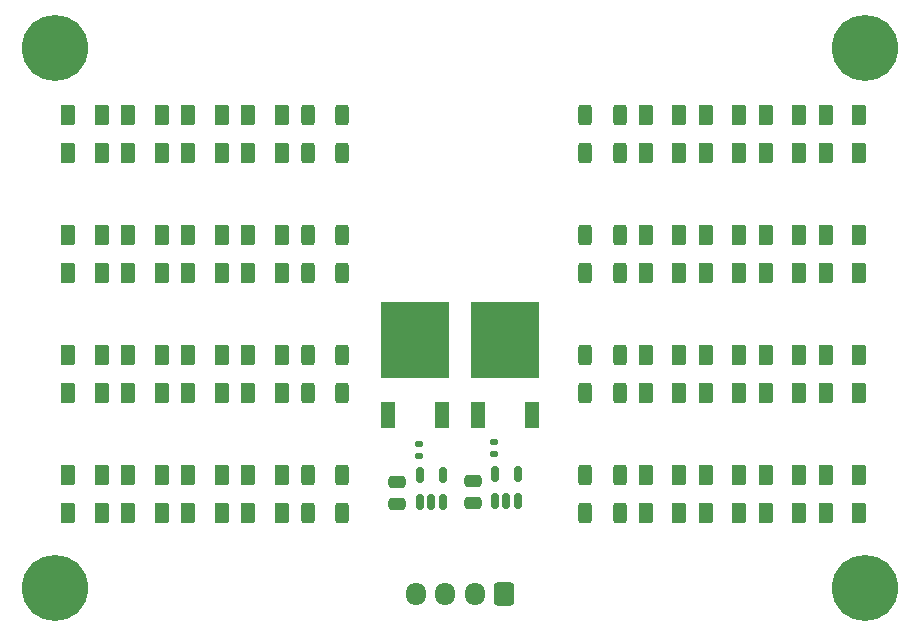
<source format=gbr>
%TF.GenerationSoftware,KiCad,Pcbnew,6.0.2+dfsg-1*%
%TF.CreationDate,2023-01-22T10:21:04-05:00*%
%TF.ProjectId,dragon-light-panel,64726167-6f6e-42d6-9c69-6768742d7061,rev?*%
%TF.SameCoordinates,Original*%
%TF.FileFunction,Soldermask,Top*%
%TF.FilePolarity,Negative*%
%FSLAX46Y46*%
G04 Gerber Fmt 4.6, Leading zero omitted, Abs format (unit mm)*
G04 Created by KiCad (PCBNEW 6.0.2+dfsg-1) date 2023-01-22 10:21:04*
%MOMM*%
%LPD*%
G01*
G04 APERTURE LIST*
G04 Aperture macros list*
%AMRoundRect*
0 Rectangle with rounded corners*
0 $1 Rounding radius*
0 $2 $3 $4 $5 $6 $7 $8 $9 X,Y pos of 4 corners*
0 Add a 4 corners polygon primitive as box body*
4,1,4,$2,$3,$4,$5,$6,$7,$8,$9,$2,$3,0*
0 Add four circle primitives for the rounded corners*
1,1,$1+$1,$2,$3*
1,1,$1+$1,$4,$5*
1,1,$1+$1,$6,$7*
1,1,$1+$1,$8,$9*
0 Add four rect primitives between the rounded corners*
20,1,$1+$1,$2,$3,$4,$5,0*
20,1,$1+$1,$4,$5,$6,$7,0*
20,1,$1+$1,$6,$7,$8,$9,0*
20,1,$1+$1,$8,$9,$2,$3,0*%
G04 Aperture macros list end*
%ADD10RoundRect,0.250000X-0.375000X-0.625000X0.375000X-0.625000X0.375000X0.625000X-0.375000X0.625000X0*%
%ADD11RoundRect,0.250000X0.312500X0.625000X-0.312500X0.625000X-0.312500X-0.625000X0.312500X-0.625000X0*%
%ADD12RoundRect,0.250000X0.375000X0.625000X-0.375000X0.625000X-0.375000X-0.625000X0.375000X-0.625000X0*%
%ADD13RoundRect,0.250000X-0.312500X-0.625000X0.312500X-0.625000X0.312500X0.625000X-0.312500X0.625000X0*%
%ADD14RoundRect,0.150000X0.150000X-0.512500X0.150000X0.512500X-0.150000X0.512500X-0.150000X-0.512500X0*%
%ADD15R,1.200000X2.200000*%
%ADD16R,5.800000X6.400000*%
%ADD17RoundRect,0.135000X0.185000X-0.135000X0.185000X0.135000X-0.185000X0.135000X-0.185000X-0.135000X0*%
%ADD18RoundRect,0.250000X0.475000X-0.250000X0.475000X0.250000X-0.475000X0.250000X-0.475000X-0.250000X0*%
%ADD19C,5.600000*%
%ADD20RoundRect,0.250000X0.600000X0.725000X-0.600000X0.725000X-0.600000X-0.725000X0.600000X-0.725000X0*%
%ADD21O,1.700000X1.950000*%
G04 APERTURE END LIST*
D10*
%TO.C,D1*%
X121155000Y-69215000D03*
X123955000Y-69215000D03*
%TD*%
D11*
%TO.C,R10*%
X103697500Y-59055000D03*
X100772500Y-59055000D03*
%TD*%
D12*
%TO.C,D23*%
X69980000Y-82550000D03*
X67180000Y-82550000D03*
%TD*%
D13*
%TO.C,R4*%
X77277500Y-69215000D03*
X80202500Y-69215000D03*
%TD*%
D12*
%TO.C,D16*%
X75060000Y-69215000D03*
X72260000Y-69215000D03*
%TD*%
D11*
%TO.C,R14*%
X103697500Y-79375000D03*
X100772500Y-79375000D03*
%TD*%
D12*
%TO.C,D11*%
X69980000Y-48895000D03*
X67180000Y-48895000D03*
%TD*%
D10*
%TO.C,D47*%
X110995000Y-52070000D03*
X113795000Y-52070000D03*
%TD*%
%TO.C,D57*%
X121155000Y-62230000D03*
X123955000Y-62230000D03*
%TD*%
%TO.C,D44*%
X105915000Y-72390000D03*
X108715000Y-72390000D03*
%TD*%
D14*
%TO.C,U2*%
X86807000Y-81655500D03*
X87757000Y-81655500D03*
X88707000Y-81655500D03*
X88707000Y-79380500D03*
X86807000Y-79380500D03*
%TD*%
D10*
%TO.C,D52*%
X105915000Y-48895000D03*
X108715000Y-48895000D03*
%TD*%
D11*
%TO.C,R15*%
X103697500Y-62230000D03*
X100772500Y-62230000D03*
%TD*%
D10*
%TO.C,D49*%
X121155000Y-48895000D03*
X123955000Y-48895000D03*
%TD*%
D12*
%TO.C,D15*%
X69980000Y-69215000D03*
X67180000Y-69215000D03*
%TD*%
%TO.C,D17*%
X59820000Y-72390000D03*
X57020000Y-72390000D03*
%TD*%
D15*
%TO.C,Q1*%
X91700000Y-74245000D03*
D16*
X93980000Y-67945000D03*
D15*
X96260000Y-74245000D03*
%TD*%
D12*
%TO.C,D34*%
X64900000Y-52070000D03*
X62100000Y-52070000D03*
%TD*%
D17*
%TO.C,R18*%
X86741000Y-77726000D03*
X86741000Y-76706000D03*
%TD*%
D11*
%TO.C,R11*%
X103697500Y-72390000D03*
X100772500Y-72390000D03*
%TD*%
D13*
%TO.C,R5*%
X77277500Y-72390000D03*
X80202500Y-72390000D03*
%TD*%
D12*
%TO.C,D19*%
X69980000Y-72390000D03*
X67180000Y-72390000D03*
%TD*%
D10*
%TO.C,D26*%
X116075000Y-82550000D03*
X118875000Y-82550000D03*
%TD*%
D12*
%TO.C,D6*%
X64900000Y-62230000D03*
X62100000Y-62230000D03*
%TD*%
D18*
%TO.C,C2*%
X84836000Y-81849000D03*
X84836000Y-79949000D03*
%TD*%
D10*
%TO.C,D41*%
X121155000Y-72390000D03*
X123955000Y-72390000D03*
%TD*%
D12*
%TO.C,D22*%
X64900000Y-82550000D03*
X62100000Y-82550000D03*
%TD*%
D10*
%TO.C,D45*%
X121155000Y-52070000D03*
X123955000Y-52070000D03*
%TD*%
D12*
%TO.C,D63*%
X69980000Y-79375000D03*
X67180000Y-79375000D03*
%TD*%
D10*
%TO.C,D3*%
X110995000Y-69215000D03*
X113795000Y-69215000D03*
%TD*%
D13*
%TO.C,R3*%
X77277500Y-48895000D03*
X80202500Y-48895000D03*
%TD*%
D12*
%TO.C,D21*%
X59820000Y-82550000D03*
X57020000Y-82550000D03*
%TD*%
%TO.C,D64*%
X75060000Y-79375000D03*
X72260000Y-79375000D03*
%TD*%
%TO.C,D32*%
X75060000Y-59055000D03*
X72260000Y-59055000D03*
%TD*%
D10*
%TO.C,D56*%
X105915000Y-79375000D03*
X108715000Y-79375000D03*
%TD*%
%TO.C,D50*%
X116075000Y-48895000D03*
X118875000Y-48895000D03*
%TD*%
D12*
%TO.C,D61*%
X59820000Y-79375000D03*
X57020000Y-79375000D03*
%TD*%
D13*
%TO.C,R16*%
X77277500Y-79375000D03*
X80202500Y-79375000D03*
%TD*%
D10*
%TO.C,D28*%
X105915000Y-82550000D03*
X108715000Y-82550000D03*
%TD*%
D12*
%TO.C,D35*%
X69980000Y-52070000D03*
X67180000Y-52070000D03*
%TD*%
D10*
%TO.C,D2*%
X116075000Y-69215000D03*
X118875000Y-69215000D03*
%TD*%
D17*
%TO.C,R17*%
X93091000Y-77599000D03*
X93091000Y-76579000D03*
%TD*%
D12*
%TO.C,D9*%
X59820000Y-48895000D03*
X57020000Y-48895000D03*
%TD*%
D15*
%TO.C,Q2*%
X84080000Y-74245000D03*
D16*
X86360000Y-67945000D03*
D15*
X88640000Y-74245000D03*
%TD*%
D12*
%TO.C,D33*%
X59820000Y-52070000D03*
X57020000Y-52070000D03*
%TD*%
%TO.C,D14*%
X64900000Y-69215000D03*
X62100000Y-69215000D03*
%TD*%
D13*
%TO.C,R8*%
X77277500Y-59055000D03*
X80202500Y-59055000D03*
%TD*%
D10*
%TO.C,D46*%
X116075000Y-52070000D03*
X118875000Y-52070000D03*
%TD*%
D11*
%TO.C,R7*%
X103697500Y-82550000D03*
X100772500Y-82550000D03*
%TD*%
D12*
%TO.C,D7*%
X69980000Y-62230000D03*
X67180000Y-62230000D03*
%TD*%
D19*
%TO.C,H3*%
X55880000Y-43180000D03*
%TD*%
D12*
%TO.C,D29*%
X59820000Y-59055000D03*
X57020000Y-59055000D03*
%TD*%
%TO.C,D36*%
X75060000Y-52070000D03*
X72260000Y-52070000D03*
%TD*%
D10*
%TO.C,D42*%
X116075000Y-72390000D03*
X118875000Y-72390000D03*
%TD*%
%TO.C,D43*%
X110995000Y-72390000D03*
X113795000Y-72390000D03*
%TD*%
D12*
%TO.C,D24*%
X75060000Y-82550000D03*
X72260000Y-82550000D03*
%TD*%
D19*
%TO.C,H2*%
X55880000Y-88900000D03*
%TD*%
D10*
%TO.C,D55*%
X110995000Y-79375000D03*
X113795000Y-79375000D03*
%TD*%
D14*
%TO.C,U1*%
X93157000Y-81528500D03*
X94107000Y-81528500D03*
X95057000Y-81528500D03*
X95057000Y-79253500D03*
X93157000Y-79253500D03*
%TD*%
D10*
%TO.C,D37*%
X121155000Y-59055000D03*
X123955000Y-59055000D03*
%TD*%
%TO.C,D58*%
X116075000Y-62230000D03*
X118875000Y-62230000D03*
%TD*%
D12*
%TO.C,D12*%
X75060000Y-48895000D03*
X72260000Y-48895000D03*
%TD*%
%TO.C,D30*%
X64900000Y-59055000D03*
X62100000Y-59055000D03*
%TD*%
D19*
%TO.C,H1*%
X124460000Y-43180000D03*
%TD*%
D10*
%TO.C,D25*%
X121155000Y-82550000D03*
X123955000Y-82550000D03*
%TD*%
%TO.C,D53*%
X121155000Y-79375000D03*
X123955000Y-79375000D03*
%TD*%
D12*
%TO.C,D18*%
X64900000Y-72390000D03*
X62100000Y-72390000D03*
%TD*%
D10*
%TO.C,D60*%
X105915000Y-62230000D03*
X108715000Y-62230000D03*
%TD*%
%TO.C,D27*%
X110995000Y-82550000D03*
X113795000Y-82550000D03*
%TD*%
D12*
%TO.C,D8*%
X75060000Y-62230000D03*
X72260000Y-62230000D03*
%TD*%
D10*
%TO.C,D4*%
X105915000Y-69215000D03*
X108715000Y-69215000D03*
%TD*%
D11*
%TO.C,R13*%
X103697500Y-48895000D03*
X100772500Y-48895000D03*
%TD*%
D12*
%TO.C,D20*%
X75060000Y-72390000D03*
X72260000Y-72390000D03*
%TD*%
D18*
%TO.C,C1*%
X91313000Y-81722000D03*
X91313000Y-79822000D03*
%TD*%
D12*
%TO.C,D5*%
X59820000Y-62230000D03*
X57020000Y-62230000D03*
%TD*%
D10*
%TO.C,D59*%
X110995000Y-62230000D03*
X113795000Y-62230000D03*
%TD*%
%TO.C,D38*%
X116075000Y-59055000D03*
X118875000Y-59055000D03*
%TD*%
%TO.C,D39*%
X110995000Y-59055000D03*
X113795000Y-59055000D03*
%TD*%
D13*
%TO.C,R2*%
X77277500Y-62230000D03*
X80202500Y-62230000D03*
%TD*%
D11*
%TO.C,R1*%
X103697500Y-69215000D03*
X100772500Y-69215000D03*
%TD*%
D12*
%TO.C,D10*%
X64900000Y-48895000D03*
X62100000Y-48895000D03*
%TD*%
D19*
%TO.C,H4*%
X124460000Y-88900000D03*
%TD*%
D13*
%TO.C,R6*%
X77277500Y-82550000D03*
X80202500Y-82550000D03*
%TD*%
D10*
%TO.C,D40*%
X105915000Y-59055000D03*
X108715000Y-59055000D03*
%TD*%
D12*
%TO.C,D62*%
X64900000Y-79375000D03*
X62100000Y-79375000D03*
%TD*%
D10*
%TO.C,D51*%
X110995000Y-48895000D03*
X113795000Y-48895000D03*
%TD*%
%TO.C,D54*%
X116075000Y-79375000D03*
X118875000Y-79375000D03*
%TD*%
D20*
%TO.C,J1*%
X93920000Y-89425000D03*
D21*
X91420000Y-89425000D03*
X88920000Y-89425000D03*
X86420000Y-89425000D03*
%TD*%
D12*
%TO.C,D13*%
X59820000Y-69215000D03*
X57020000Y-69215000D03*
%TD*%
D10*
%TO.C,D48*%
X105915000Y-52070000D03*
X108715000Y-52070000D03*
%TD*%
D13*
%TO.C,R9*%
X77277500Y-52070000D03*
X80202500Y-52070000D03*
%TD*%
D12*
%TO.C,D31*%
X69980000Y-59055000D03*
X67180000Y-59055000D03*
%TD*%
D11*
%TO.C,R12*%
X103697500Y-52070000D03*
X100772500Y-52070000D03*
%TD*%
M02*

</source>
